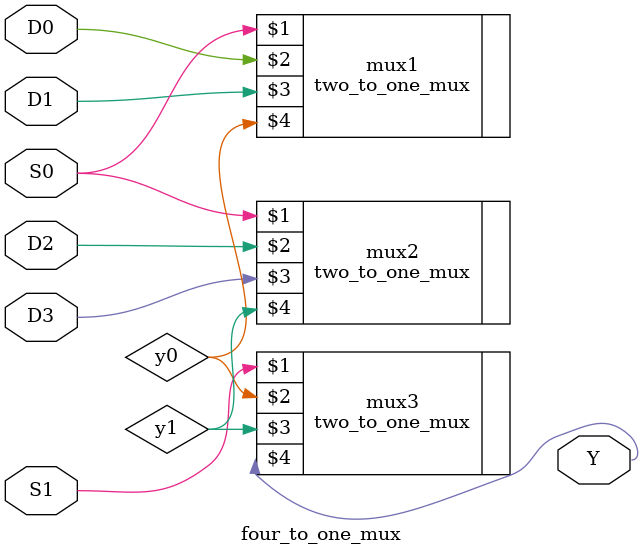
<source format=sv>
`timescale 1ns / 1ps
module four_to_one_mux (
    input wire S1, S0,
    input wire D3, D2, D1, D0,
    output reg Y
);
    wire y0, y1;
    two_to_one_mux mux1(S0, D0, D1, y0);
    two_to_one_mux mux2(S0, D2, D3, y1);
    two_to_one_mux mux3(S1, y0, y1, Y);
endmodule
</source>
